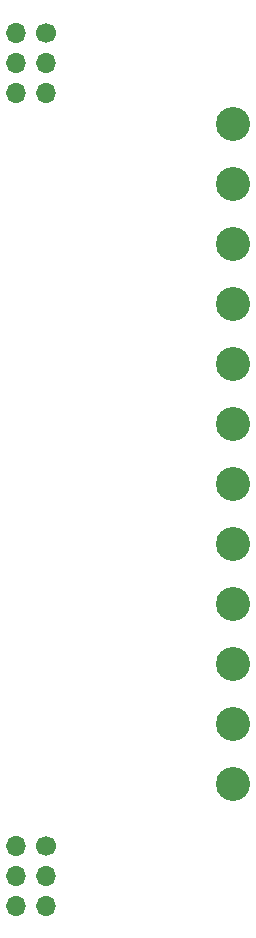
<source format=gbr>
%TF.GenerationSoftware,KiCad,Pcbnew,(7.0.0)*%
%TF.CreationDate,2023-03-18T03:08:11-07:00*%
%TF.ProjectId,Bottom_Board,426f7474-6f6d-45f4-926f-6172642e6b69,0*%
%TF.SameCoordinates,Original*%
%TF.FileFunction,Soldermask,Bot*%
%TF.FilePolarity,Negative*%
%FSLAX46Y46*%
G04 Gerber Fmt 4.6, Leading zero omitted, Abs format (unit mm)*
G04 Created by KiCad (PCBNEW (7.0.0)) date 2023-03-18 03:08:11*
%MOMM*%
%LPD*%
G01*
G04 APERTURE LIST*
%ADD10C,1.700000*%
%ADD11O,1.700000X1.700000*%
%ADD12C,2.880000*%
G04 APERTURE END LIST*
D10*
%TO.C,J4*%
X132461000Y-68326000D03*
D11*
X129920999Y-68325999D03*
X132460999Y-70865999D03*
X129920999Y-70865999D03*
X132460999Y-73405999D03*
X129920999Y-73405999D03*
%TD*%
D12*
%TO.C,J6*%
X148251200Y-131962000D03*
X148251200Y-126882000D03*
X148251200Y-121802000D03*
X148251200Y-116722000D03*
X148251200Y-111642000D03*
X148251200Y-106562000D03*
X148251200Y-101482000D03*
X148251200Y-96402000D03*
X148251200Y-91322000D03*
X148251200Y-86242000D03*
X148251200Y-81162000D03*
X148251200Y-76082000D03*
%TD*%
D10*
%TO.C,J3*%
X132461000Y-137160000D03*
D11*
X129920999Y-137159999D03*
X132460999Y-139699999D03*
X129920999Y-139699999D03*
X132460999Y-142239999D03*
X129920999Y-142239999D03*
%TD*%
M02*

</source>
